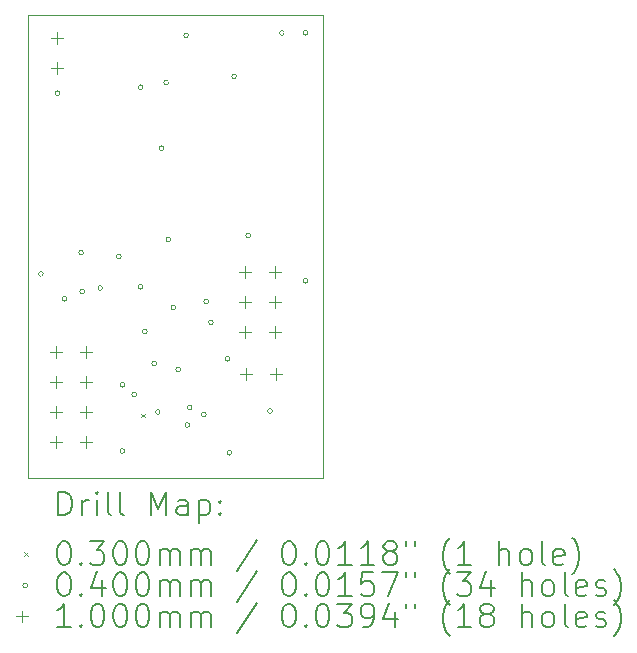
<source format=gbr>
%TF.GenerationSoftware,KiCad,Pcbnew,8.0.9-8.0.9-0~ubuntu24.04.1*%
%TF.CreationDate,2025-04-14T22:12:53+02:00*%
%TF.ProjectId,FastLapLights5V,46617374-4c61-4704-9c69-676874733556,MK6*%
%TF.SameCoordinates,Original*%
%TF.FileFunction,Drillmap*%
%TF.FilePolarity,Positive*%
%FSLAX45Y45*%
G04 Gerber Fmt 4.5, Leading zero omitted, Abs format (unit mm)*
G04 Created by KiCad (PCBNEW 8.0.9-8.0.9-0~ubuntu24.04.1) date 2025-04-14 22:12:53*
%MOMM*%
%LPD*%
G01*
G04 APERTURE LIST*
%ADD10C,0.050000*%
%ADD11C,0.200000*%
%ADD12C,0.100000*%
G04 APERTURE END LIST*
D10*
X4250000Y-8720000D02*
X6750000Y-8720000D01*
X6750000Y-12640000D01*
X4250000Y-12640000D01*
X4250000Y-8720000D01*
D11*
D12*
X5207491Y-12092509D02*
X5237491Y-12122509D01*
X5237491Y-12092509D02*
X5207491Y-12122509D01*
X4380000Y-10910000D02*
G75*
G02*
X4340000Y-10910000I-20000J0D01*
G01*
X4340000Y-10910000D02*
G75*
G02*
X4380000Y-10910000I20000J0D01*
G01*
X4520000Y-9380000D02*
G75*
G02*
X4480000Y-9380000I-20000J0D01*
G01*
X4480000Y-9380000D02*
G75*
G02*
X4520000Y-9380000I20000J0D01*
G01*
X4580000Y-11120000D02*
G75*
G02*
X4540000Y-11120000I-20000J0D01*
G01*
X4540000Y-11120000D02*
G75*
G02*
X4580000Y-11120000I20000J0D01*
G01*
X4720000Y-10730000D02*
G75*
G02*
X4680000Y-10730000I-20000J0D01*
G01*
X4680000Y-10730000D02*
G75*
G02*
X4720000Y-10730000I20000J0D01*
G01*
X4730000Y-11060000D02*
G75*
G02*
X4690000Y-11060000I-20000J0D01*
G01*
X4690000Y-11060000D02*
G75*
G02*
X4730000Y-11060000I20000J0D01*
G01*
X4882500Y-11030000D02*
G75*
G02*
X4842500Y-11030000I-20000J0D01*
G01*
X4842500Y-11030000D02*
G75*
G02*
X4882500Y-11030000I20000J0D01*
G01*
X5040000Y-10762500D02*
G75*
G02*
X5000000Y-10762500I-20000J0D01*
G01*
X5000000Y-10762500D02*
G75*
G02*
X5040000Y-10762500I20000J0D01*
G01*
X5070000Y-11850000D02*
G75*
G02*
X5030000Y-11850000I-20000J0D01*
G01*
X5030000Y-11850000D02*
G75*
G02*
X5070000Y-11850000I20000J0D01*
G01*
X5070000Y-12410000D02*
G75*
G02*
X5030000Y-12410000I-20000J0D01*
G01*
X5030000Y-12410000D02*
G75*
G02*
X5070000Y-12410000I20000J0D01*
G01*
X5170000Y-11930000D02*
G75*
G02*
X5130000Y-11930000I-20000J0D01*
G01*
X5130000Y-11930000D02*
G75*
G02*
X5170000Y-11930000I20000J0D01*
G01*
X5222500Y-11020000D02*
G75*
G02*
X5182500Y-11020000I-20000J0D01*
G01*
X5182500Y-11020000D02*
G75*
G02*
X5222500Y-11020000I20000J0D01*
G01*
X5225000Y-9330000D02*
G75*
G02*
X5185000Y-9330000I-20000J0D01*
G01*
X5185000Y-9330000D02*
G75*
G02*
X5225000Y-9330000I20000J0D01*
G01*
X5260000Y-11400000D02*
G75*
G02*
X5220000Y-11400000I-20000J0D01*
G01*
X5220000Y-11400000D02*
G75*
G02*
X5260000Y-11400000I20000J0D01*
G01*
X5340000Y-11670000D02*
G75*
G02*
X5300000Y-11670000I-20000J0D01*
G01*
X5300000Y-11670000D02*
G75*
G02*
X5340000Y-11670000I20000J0D01*
G01*
X5370000Y-12080000D02*
G75*
G02*
X5330000Y-12080000I-20000J0D01*
G01*
X5330000Y-12080000D02*
G75*
G02*
X5370000Y-12080000I20000J0D01*
G01*
X5400000Y-9845000D02*
G75*
G02*
X5360000Y-9845000I-20000J0D01*
G01*
X5360000Y-9845000D02*
G75*
G02*
X5400000Y-9845000I20000J0D01*
G01*
X5440000Y-9290000D02*
G75*
G02*
X5400000Y-9290000I-20000J0D01*
G01*
X5400000Y-9290000D02*
G75*
G02*
X5440000Y-9290000I20000J0D01*
G01*
X5460000Y-10620000D02*
G75*
G02*
X5420000Y-10620000I-20000J0D01*
G01*
X5420000Y-10620000D02*
G75*
G02*
X5460000Y-10620000I20000J0D01*
G01*
X5502500Y-11195000D02*
G75*
G02*
X5462500Y-11195000I-20000J0D01*
G01*
X5462500Y-11195000D02*
G75*
G02*
X5502500Y-11195000I20000J0D01*
G01*
X5542569Y-11720569D02*
G75*
G02*
X5502569Y-11720569I-20000J0D01*
G01*
X5502569Y-11720569D02*
G75*
G02*
X5542569Y-11720569I20000J0D01*
G01*
X5610000Y-8890000D02*
G75*
G02*
X5570000Y-8890000I-20000J0D01*
G01*
X5570000Y-8890000D02*
G75*
G02*
X5610000Y-8890000I20000J0D01*
G01*
X5620000Y-12190000D02*
G75*
G02*
X5580000Y-12190000I-20000J0D01*
G01*
X5580000Y-12190000D02*
G75*
G02*
X5620000Y-12190000I20000J0D01*
G01*
X5640000Y-12040000D02*
G75*
G02*
X5600000Y-12040000I-20000J0D01*
G01*
X5600000Y-12040000D02*
G75*
G02*
X5640000Y-12040000I20000J0D01*
G01*
X5760000Y-12100000D02*
G75*
G02*
X5720000Y-12100000I-20000J0D01*
G01*
X5720000Y-12100000D02*
G75*
G02*
X5760000Y-12100000I20000J0D01*
G01*
X5780000Y-11145000D02*
G75*
G02*
X5740000Y-11145000I-20000J0D01*
G01*
X5740000Y-11145000D02*
G75*
G02*
X5780000Y-11145000I20000J0D01*
G01*
X5820000Y-11320000D02*
G75*
G02*
X5780000Y-11320000I-20000J0D01*
G01*
X5780000Y-11320000D02*
G75*
G02*
X5820000Y-11320000I20000J0D01*
G01*
X5960000Y-11630000D02*
G75*
G02*
X5920000Y-11630000I-20000J0D01*
G01*
X5920000Y-11630000D02*
G75*
G02*
X5960000Y-11630000I20000J0D01*
G01*
X5975000Y-12425000D02*
G75*
G02*
X5935000Y-12425000I-20000J0D01*
G01*
X5935000Y-12425000D02*
G75*
G02*
X5975000Y-12425000I20000J0D01*
G01*
X6016250Y-9237500D02*
G75*
G02*
X5976250Y-9237500I-20000J0D01*
G01*
X5976250Y-9237500D02*
G75*
G02*
X6016250Y-9237500I20000J0D01*
G01*
X6135000Y-10585000D02*
G75*
G02*
X6095000Y-10585000I-20000J0D01*
G01*
X6095000Y-10585000D02*
G75*
G02*
X6135000Y-10585000I20000J0D01*
G01*
X6320000Y-12070000D02*
G75*
G02*
X6280000Y-12070000I-20000J0D01*
G01*
X6280000Y-12070000D02*
G75*
G02*
X6320000Y-12070000I20000J0D01*
G01*
X6420000Y-8870000D02*
G75*
G02*
X6380000Y-8870000I-20000J0D01*
G01*
X6380000Y-8870000D02*
G75*
G02*
X6420000Y-8870000I20000J0D01*
G01*
X6620000Y-8870000D02*
G75*
G02*
X6580000Y-8870000I-20000J0D01*
G01*
X6580000Y-8870000D02*
G75*
G02*
X6620000Y-8870000I20000J0D01*
G01*
X6620000Y-10970000D02*
G75*
G02*
X6580000Y-10970000I-20000J0D01*
G01*
X6580000Y-10970000D02*
G75*
G02*
X6620000Y-10970000I20000J0D01*
G01*
X4486000Y-11520000D02*
X4486000Y-11620000D01*
X4436000Y-11570000D02*
X4536000Y-11570000D01*
X4486000Y-11774000D02*
X4486000Y-11874000D01*
X4436000Y-11824000D02*
X4536000Y-11824000D01*
X4486000Y-12028000D02*
X4486000Y-12128000D01*
X4436000Y-12078000D02*
X4536000Y-12078000D01*
X4486000Y-12282000D02*
X4486000Y-12382000D01*
X4436000Y-12332000D02*
X4536000Y-12332000D01*
X4500000Y-8862500D02*
X4500000Y-8962500D01*
X4450000Y-8912500D02*
X4550000Y-8912500D01*
X4500000Y-9116500D02*
X4500000Y-9216500D01*
X4450000Y-9166500D02*
X4550000Y-9166500D01*
X4740000Y-11520000D02*
X4740000Y-11620000D01*
X4690000Y-11570000D02*
X4790000Y-11570000D01*
X4740000Y-11774000D02*
X4740000Y-11874000D01*
X4690000Y-11824000D02*
X4790000Y-11824000D01*
X4740000Y-12028000D02*
X4740000Y-12128000D01*
X4690000Y-12078000D02*
X4790000Y-12078000D01*
X4740000Y-12282000D02*
X4740000Y-12382000D01*
X4690000Y-12332000D02*
X4790000Y-12332000D01*
X6091000Y-10841000D02*
X6091000Y-10941000D01*
X6041000Y-10891000D02*
X6141000Y-10891000D01*
X6091000Y-11095000D02*
X6091000Y-11195000D01*
X6041000Y-11145000D02*
X6141000Y-11145000D01*
X6091000Y-11349000D02*
X6091000Y-11449000D01*
X6041000Y-11399000D02*
X6141000Y-11399000D01*
X6096000Y-11710000D02*
X6096000Y-11810000D01*
X6046000Y-11760000D02*
X6146000Y-11760000D01*
X6345000Y-10841000D02*
X6345000Y-10941000D01*
X6295000Y-10891000D02*
X6395000Y-10891000D01*
X6345000Y-11095000D02*
X6345000Y-11195000D01*
X6295000Y-11145000D02*
X6395000Y-11145000D01*
X6345000Y-11349000D02*
X6345000Y-11449000D01*
X6295000Y-11399000D02*
X6395000Y-11399000D01*
X6350000Y-11710000D02*
X6350000Y-11810000D01*
X6300000Y-11760000D02*
X6400000Y-11760000D01*
D11*
X4508277Y-12953984D02*
X4508277Y-12753984D01*
X4508277Y-12753984D02*
X4555896Y-12753984D01*
X4555896Y-12753984D02*
X4584467Y-12763508D01*
X4584467Y-12763508D02*
X4603515Y-12782555D01*
X4603515Y-12782555D02*
X4613039Y-12801603D01*
X4613039Y-12801603D02*
X4622563Y-12839698D01*
X4622563Y-12839698D02*
X4622563Y-12868269D01*
X4622563Y-12868269D02*
X4613039Y-12906365D01*
X4613039Y-12906365D02*
X4603515Y-12925412D01*
X4603515Y-12925412D02*
X4584467Y-12944460D01*
X4584467Y-12944460D02*
X4555896Y-12953984D01*
X4555896Y-12953984D02*
X4508277Y-12953984D01*
X4708277Y-12953984D02*
X4708277Y-12820650D01*
X4708277Y-12858746D02*
X4717801Y-12839698D01*
X4717801Y-12839698D02*
X4727324Y-12830174D01*
X4727324Y-12830174D02*
X4746372Y-12820650D01*
X4746372Y-12820650D02*
X4765420Y-12820650D01*
X4832086Y-12953984D02*
X4832086Y-12820650D01*
X4832086Y-12753984D02*
X4822563Y-12763508D01*
X4822563Y-12763508D02*
X4832086Y-12773031D01*
X4832086Y-12773031D02*
X4841610Y-12763508D01*
X4841610Y-12763508D02*
X4832086Y-12753984D01*
X4832086Y-12753984D02*
X4832086Y-12773031D01*
X4955896Y-12953984D02*
X4936848Y-12944460D01*
X4936848Y-12944460D02*
X4927324Y-12925412D01*
X4927324Y-12925412D02*
X4927324Y-12753984D01*
X5060658Y-12953984D02*
X5041610Y-12944460D01*
X5041610Y-12944460D02*
X5032086Y-12925412D01*
X5032086Y-12925412D02*
X5032086Y-12753984D01*
X5289229Y-12953984D02*
X5289229Y-12753984D01*
X5289229Y-12753984D02*
X5355896Y-12896841D01*
X5355896Y-12896841D02*
X5422563Y-12753984D01*
X5422563Y-12753984D02*
X5422563Y-12953984D01*
X5603515Y-12953984D02*
X5603515Y-12849222D01*
X5603515Y-12849222D02*
X5593991Y-12830174D01*
X5593991Y-12830174D02*
X5574944Y-12820650D01*
X5574944Y-12820650D02*
X5536848Y-12820650D01*
X5536848Y-12820650D02*
X5517801Y-12830174D01*
X5603515Y-12944460D02*
X5584467Y-12953984D01*
X5584467Y-12953984D02*
X5536848Y-12953984D01*
X5536848Y-12953984D02*
X5517801Y-12944460D01*
X5517801Y-12944460D02*
X5508277Y-12925412D01*
X5508277Y-12925412D02*
X5508277Y-12906365D01*
X5508277Y-12906365D02*
X5517801Y-12887317D01*
X5517801Y-12887317D02*
X5536848Y-12877793D01*
X5536848Y-12877793D02*
X5584467Y-12877793D01*
X5584467Y-12877793D02*
X5603515Y-12868269D01*
X5698753Y-12820650D02*
X5698753Y-13020650D01*
X5698753Y-12830174D02*
X5717801Y-12820650D01*
X5717801Y-12820650D02*
X5755896Y-12820650D01*
X5755896Y-12820650D02*
X5774943Y-12830174D01*
X5774943Y-12830174D02*
X5784467Y-12839698D01*
X5784467Y-12839698D02*
X5793991Y-12858746D01*
X5793991Y-12858746D02*
X5793991Y-12915888D01*
X5793991Y-12915888D02*
X5784467Y-12934936D01*
X5784467Y-12934936D02*
X5774943Y-12944460D01*
X5774943Y-12944460D02*
X5755896Y-12953984D01*
X5755896Y-12953984D02*
X5717801Y-12953984D01*
X5717801Y-12953984D02*
X5698753Y-12944460D01*
X5879705Y-12934936D02*
X5889229Y-12944460D01*
X5889229Y-12944460D02*
X5879705Y-12953984D01*
X5879705Y-12953984D02*
X5870182Y-12944460D01*
X5870182Y-12944460D02*
X5879705Y-12934936D01*
X5879705Y-12934936D02*
X5879705Y-12953984D01*
X5879705Y-12830174D02*
X5889229Y-12839698D01*
X5889229Y-12839698D02*
X5879705Y-12849222D01*
X5879705Y-12849222D02*
X5870182Y-12839698D01*
X5870182Y-12839698D02*
X5879705Y-12830174D01*
X5879705Y-12830174D02*
X5879705Y-12849222D01*
D12*
X4217500Y-13267500D02*
X4247500Y-13297500D01*
X4247500Y-13267500D02*
X4217500Y-13297500D01*
D11*
X4546372Y-13173984D02*
X4565420Y-13173984D01*
X4565420Y-13173984D02*
X4584467Y-13183508D01*
X4584467Y-13183508D02*
X4593991Y-13193031D01*
X4593991Y-13193031D02*
X4603515Y-13212079D01*
X4603515Y-13212079D02*
X4613039Y-13250174D01*
X4613039Y-13250174D02*
X4613039Y-13297793D01*
X4613039Y-13297793D02*
X4603515Y-13335888D01*
X4603515Y-13335888D02*
X4593991Y-13354936D01*
X4593991Y-13354936D02*
X4584467Y-13364460D01*
X4584467Y-13364460D02*
X4565420Y-13373984D01*
X4565420Y-13373984D02*
X4546372Y-13373984D01*
X4546372Y-13373984D02*
X4527324Y-13364460D01*
X4527324Y-13364460D02*
X4517801Y-13354936D01*
X4517801Y-13354936D02*
X4508277Y-13335888D01*
X4508277Y-13335888D02*
X4498753Y-13297793D01*
X4498753Y-13297793D02*
X4498753Y-13250174D01*
X4498753Y-13250174D02*
X4508277Y-13212079D01*
X4508277Y-13212079D02*
X4517801Y-13193031D01*
X4517801Y-13193031D02*
X4527324Y-13183508D01*
X4527324Y-13183508D02*
X4546372Y-13173984D01*
X4698753Y-13354936D02*
X4708277Y-13364460D01*
X4708277Y-13364460D02*
X4698753Y-13373984D01*
X4698753Y-13373984D02*
X4689229Y-13364460D01*
X4689229Y-13364460D02*
X4698753Y-13354936D01*
X4698753Y-13354936D02*
X4698753Y-13373984D01*
X4774944Y-13173984D02*
X4898753Y-13173984D01*
X4898753Y-13173984D02*
X4832086Y-13250174D01*
X4832086Y-13250174D02*
X4860658Y-13250174D01*
X4860658Y-13250174D02*
X4879705Y-13259698D01*
X4879705Y-13259698D02*
X4889229Y-13269222D01*
X4889229Y-13269222D02*
X4898753Y-13288269D01*
X4898753Y-13288269D02*
X4898753Y-13335888D01*
X4898753Y-13335888D02*
X4889229Y-13354936D01*
X4889229Y-13354936D02*
X4879705Y-13364460D01*
X4879705Y-13364460D02*
X4860658Y-13373984D01*
X4860658Y-13373984D02*
X4803515Y-13373984D01*
X4803515Y-13373984D02*
X4784467Y-13364460D01*
X4784467Y-13364460D02*
X4774944Y-13354936D01*
X5022563Y-13173984D02*
X5041610Y-13173984D01*
X5041610Y-13173984D02*
X5060658Y-13183508D01*
X5060658Y-13183508D02*
X5070182Y-13193031D01*
X5070182Y-13193031D02*
X5079705Y-13212079D01*
X5079705Y-13212079D02*
X5089229Y-13250174D01*
X5089229Y-13250174D02*
X5089229Y-13297793D01*
X5089229Y-13297793D02*
X5079705Y-13335888D01*
X5079705Y-13335888D02*
X5070182Y-13354936D01*
X5070182Y-13354936D02*
X5060658Y-13364460D01*
X5060658Y-13364460D02*
X5041610Y-13373984D01*
X5041610Y-13373984D02*
X5022563Y-13373984D01*
X5022563Y-13373984D02*
X5003515Y-13364460D01*
X5003515Y-13364460D02*
X4993991Y-13354936D01*
X4993991Y-13354936D02*
X4984467Y-13335888D01*
X4984467Y-13335888D02*
X4974944Y-13297793D01*
X4974944Y-13297793D02*
X4974944Y-13250174D01*
X4974944Y-13250174D02*
X4984467Y-13212079D01*
X4984467Y-13212079D02*
X4993991Y-13193031D01*
X4993991Y-13193031D02*
X5003515Y-13183508D01*
X5003515Y-13183508D02*
X5022563Y-13173984D01*
X5213039Y-13173984D02*
X5232086Y-13173984D01*
X5232086Y-13173984D02*
X5251134Y-13183508D01*
X5251134Y-13183508D02*
X5260658Y-13193031D01*
X5260658Y-13193031D02*
X5270182Y-13212079D01*
X5270182Y-13212079D02*
X5279705Y-13250174D01*
X5279705Y-13250174D02*
X5279705Y-13297793D01*
X5279705Y-13297793D02*
X5270182Y-13335888D01*
X5270182Y-13335888D02*
X5260658Y-13354936D01*
X5260658Y-13354936D02*
X5251134Y-13364460D01*
X5251134Y-13364460D02*
X5232086Y-13373984D01*
X5232086Y-13373984D02*
X5213039Y-13373984D01*
X5213039Y-13373984D02*
X5193991Y-13364460D01*
X5193991Y-13364460D02*
X5184467Y-13354936D01*
X5184467Y-13354936D02*
X5174944Y-13335888D01*
X5174944Y-13335888D02*
X5165420Y-13297793D01*
X5165420Y-13297793D02*
X5165420Y-13250174D01*
X5165420Y-13250174D02*
X5174944Y-13212079D01*
X5174944Y-13212079D02*
X5184467Y-13193031D01*
X5184467Y-13193031D02*
X5193991Y-13183508D01*
X5193991Y-13183508D02*
X5213039Y-13173984D01*
X5365420Y-13373984D02*
X5365420Y-13240650D01*
X5365420Y-13259698D02*
X5374944Y-13250174D01*
X5374944Y-13250174D02*
X5393991Y-13240650D01*
X5393991Y-13240650D02*
X5422563Y-13240650D01*
X5422563Y-13240650D02*
X5441610Y-13250174D01*
X5441610Y-13250174D02*
X5451134Y-13269222D01*
X5451134Y-13269222D02*
X5451134Y-13373984D01*
X5451134Y-13269222D02*
X5460658Y-13250174D01*
X5460658Y-13250174D02*
X5479705Y-13240650D01*
X5479705Y-13240650D02*
X5508277Y-13240650D01*
X5508277Y-13240650D02*
X5527325Y-13250174D01*
X5527325Y-13250174D02*
X5536848Y-13269222D01*
X5536848Y-13269222D02*
X5536848Y-13373984D01*
X5632086Y-13373984D02*
X5632086Y-13240650D01*
X5632086Y-13259698D02*
X5641610Y-13250174D01*
X5641610Y-13250174D02*
X5660658Y-13240650D01*
X5660658Y-13240650D02*
X5689229Y-13240650D01*
X5689229Y-13240650D02*
X5708277Y-13250174D01*
X5708277Y-13250174D02*
X5717801Y-13269222D01*
X5717801Y-13269222D02*
X5717801Y-13373984D01*
X5717801Y-13269222D02*
X5727324Y-13250174D01*
X5727324Y-13250174D02*
X5746372Y-13240650D01*
X5746372Y-13240650D02*
X5774943Y-13240650D01*
X5774943Y-13240650D02*
X5793991Y-13250174D01*
X5793991Y-13250174D02*
X5803515Y-13269222D01*
X5803515Y-13269222D02*
X5803515Y-13373984D01*
X6193991Y-13164460D02*
X6022563Y-13421603D01*
X6451134Y-13173984D02*
X6470182Y-13173984D01*
X6470182Y-13173984D02*
X6489229Y-13183508D01*
X6489229Y-13183508D02*
X6498753Y-13193031D01*
X6498753Y-13193031D02*
X6508277Y-13212079D01*
X6508277Y-13212079D02*
X6517801Y-13250174D01*
X6517801Y-13250174D02*
X6517801Y-13297793D01*
X6517801Y-13297793D02*
X6508277Y-13335888D01*
X6508277Y-13335888D02*
X6498753Y-13354936D01*
X6498753Y-13354936D02*
X6489229Y-13364460D01*
X6489229Y-13364460D02*
X6470182Y-13373984D01*
X6470182Y-13373984D02*
X6451134Y-13373984D01*
X6451134Y-13373984D02*
X6432086Y-13364460D01*
X6432086Y-13364460D02*
X6422563Y-13354936D01*
X6422563Y-13354936D02*
X6413039Y-13335888D01*
X6413039Y-13335888D02*
X6403515Y-13297793D01*
X6403515Y-13297793D02*
X6403515Y-13250174D01*
X6403515Y-13250174D02*
X6413039Y-13212079D01*
X6413039Y-13212079D02*
X6422563Y-13193031D01*
X6422563Y-13193031D02*
X6432086Y-13183508D01*
X6432086Y-13183508D02*
X6451134Y-13173984D01*
X6603515Y-13354936D02*
X6613039Y-13364460D01*
X6613039Y-13364460D02*
X6603515Y-13373984D01*
X6603515Y-13373984D02*
X6593991Y-13364460D01*
X6593991Y-13364460D02*
X6603515Y-13354936D01*
X6603515Y-13354936D02*
X6603515Y-13373984D01*
X6736848Y-13173984D02*
X6755896Y-13173984D01*
X6755896Y-13173984D02*
X6774944Y-13183508D01*
X6774944Y-13183508D02*
X6784467Y-13193031D01*
X6784467Y-13193031D02*
X6793991Y-13212079D01*
X6793991Y-13212079D02*
X6803515Y-13250174D01*
X6803515Y-13250174D02*
X6803515Y-13297793D01*
X6803515Y-13297793D02*
X6793991Y-13335888D01*
X6793991Y-13335888D02*
X6784467Y-13354936D01*
X6784467Y-13354936D02*
X6774944Y-13364460D01*
X6774944Y-13364460D02*
X6755896Y-13373984D01*
X6755896Y-13373984D02*
X6736848Y-13373984D01*
X6736848Y-13373984D02*
X6717801Y-13364460D01*
X6717801Y-13364460D02*
X6708277Y-13354936D01*
X6708277Y-13354936D02*
X6698753Y-13335888D01*
X6698753Y-13335888D02*
X6689229Y-13297793D01*
X6689229Y-13297793D02*
X6689229Y-13250174D01*
X6689229Y-13250174D02*
X6698753Y-13212079D01*
X6698753Y-13212079D02*
X6708277Y-13193031D01*
X6708277Y-13193031D02*
X6717801Y-13183508D01*
X6717801Y-13183508D02*
X6736848Y-13173984D01*
X6993991Y-13373984D02*
X6879706Y-13373984D01*
X6936848Y-13373984D02*
X6936848Y-13173984D01*
X6936848Y-13173984D02*
X6917801Y-13202555D01*
X6917801Y-13202555D02*
X6898753Y-13221603D01*
X6898753Y-13221603D02*
X6879706Y-13231127D01*
X7184467Y-13373984D02*
X7070182Y-13373984D01*
X7127325Y-13373984D02*
X7127325Y-13173984D01*
X7127325Y-13173984D02*
X7108277Y-13202555D01*
X7108277Y-13202555D02*
X7089229Y-13221603D01*
X7089229Y-13221603D02*
X7070182Y-13231127D01*
X7298753Y-13259698D02*
X7279706Y-13250174D01*
X7279706Y-13250174D02*
X7270182Y-13240650D01*
X7270182Y-13240650D02*
X7260658Y-13221603D01*
X7260658Y-13221603D02*
X7260658Y-13212079D01*
X7260658Y-13212079D02*
X7270182Y-13193031D01*
X7270182Y-13193031D02*
X7279706Y-13183508D01*
X7279706Y-13183508D02*
X7298753Y-13173984D01*
X7298753Y-13173984D02*
X7336848Y-13173984D01*
X7336848Y-13173984D02*
X7355896Y-13183508D01*
X7355896Y-13183508D02*
X7365420Y-13193031D01*
X7365420Y-13193031D02*
X7374944Y-13212079D01*
X7374944Y-13212079D02*
X7374944Y-13221603D01*
X7374944Y-13221603D02*
X7365420Y-13240650D01*
X7365420Y-13240650D02*
X7355896Y-13250174D01*
X7355896Y-13250174D02*
X7336848Y-13259698D01*
X7336848Y-13259698D02*
X7298753Y-13259698D01*
X7298753Y-13259698D02*
X7279706Y-13269222D01*
X7279706Y-13269222D02*
X7270182Y-13278746D01*
X7270182Y-13278746D02*
X7260658Y-13297793D01*
X7260658Y-13297793D02*
X7260658Y-13335888D01*
X7260658Y-13335888D02*
X7270182Y-13354936D01*
X7270182Y-13354936D02*
X7279706Y-13364460D01*
X7279706Y-13364460D02*
X7298753Y-13373984D01*
X7298753Y-13373984D02*
X7336848Y-13373984D01*
X7336848Y-13373984D02*
X7355896Y-13364460D01*
X7355896Y-13364460D02*
X7365420Y-13354936D01*
X7365420Y-13354936D02*
X7374944Y-13335888D01*
X7374944Y-13335888D02*
X7374944Y-13297793D01*
X7374944Y-13297793D02*
X7365420Y-13278746D01*
X7365420Y-13278746D02*
X7355896Y-13269222D01*
X7355896Y-13269222D02*
X7336848Y-13259698D01*
X7451134Y-13173984D02*
X7451134Y-13212079D01*
X7527325Y-13173984D02*
X7527325Y-13212079D01*
X7822563Y-13450174D02*
X7813039Y-13440650D01*
X7813039Y-13440650D02*
X7793991Y-13412079D01*
X7793991Y-13412079D02*
X7784468Y-13393031D01*
X7784468Y-13393031D02*
X7774944Y-13364460D01*
X7774944Y-13364460D02*
X7765420Y-13316841D01*
X7765420Y-13316841D02*
X7765420Y-13278746D01*
X7765420Y-13278746D02*
X7774944Y-13231127D01*
X7774944Y-13231127D02*
X7784468Y-13202555D01*
X7784468Y-13202555D02*
X7793991Y-13183508D01*
X7793991Y-13183508D02*
X7813039Y-13154936D01*
X7813039Y-13154936D02*
X7822563Y-13145412D01*
X8003515Y-13373984D02*
X7889229Y-13373984D01*
X7946372Y-13373984D02*
X7946372Y-13173984D01*
X7946372Y-13173984D02*
X7927325Y-13202555D01*
X7927325Y-13202555D02*
X7908277Y-13221603D01*
X7908277Y-13221603D02*
X7889229Y-13231127D01*
X8241610Y-13373984D02*
X8241610Y-13173984D01*
X8327325Y-13373984D02*
X8327325Y-13269222D01*
X8327325Y-13269222D02*
X8317801Y-13250174D01*
X8317801Y-13250174D02*
X8298753Y-13240650D01*
X8298753Y-13240650D02*
X8270182Y-13240650D01*
X8270182Y-13240650D02*
X8251134Y-13250174D01*
X8251134Y-13250174D02*
X8241610Y-13259698D01*
X8451134Y-13373984D02*
X8432087Y-13364460D01*
X8432087Y-13364460D02*
X8422563Y-13354936D01*
X8422563Y-13354936D02*
X8413039Y-13335888D01*
X8413039Y-13335888D02*
X8413039Y-13278746D01*
X8413039Y-13278746D02*
X8422563Y-13259698D01*
X8422563Y-13259698D02*
X8432087Y-13250174D01*
X8432087Y-13250174D02*
X8451134Y-13240650D01*
X8451134Y-13240650D02*
X8479706Y-13240650D01*
X8479706Y-13240650D02*
X8498753Y-13250174D01*
X8498753Y-13250174D02*
X8508277Y-13259698D01*
X8508277Y-13259698D02*
X8517801Y-13278746D01*
X8517801Y-13278746D02*
X8517801Y-13335888D01*
X8517801Y-13335888D02*
X8508277Y-13354936D01*
X8508277Y-13354936D02*
X8498753Y-13364460D01*
X8498753Y-13364460D02*
X8479706Y-13373984D01*
X8479706Y-13373984D02*
X8451134Y-13373984D01*
X8632087Y-13373984D02*
X8613039Y-13364460D01*
X8613039Y-13364460D02*
X8603515Y-13345412D01*
X8603515Y-13345412D02*
X8603515Y-13173984D01*
X8784468Y-13364460D02*
X8765420Y-13373984D01*
X8765420Y-13373984D02*
X8727325Y-13373984D01*
X8727325Y-13373984D02*
X8708277Y-13364460D01*
X8708277Y-13364460D02*
X8698753Y-13345412D01*
X8698753Y-13345412D02*
X8698753Y-13269222D01*
X8698753Y-13269222D02*
X8708277Y-13250174D01*
X8708277Y-13250174D02*
X8727325Y-13240650D01*
X8727325Y-13240650D02*
X8765420Y-13240650D01*
X8765420Y-13240650D02*
X8784468Y-13250174D01*
X8784468Y-13250174D02*
X8793992Y-13269222D01*
X8793992Y-13269222D02*
X8793992Y-13288269D01*
X8793992Y-13288269D02*
X8698753Y-13307317D01*
X8860658Y-13450174D02*
X8870182Y-13440650D01*
X8870182Y-13440650D02*
X8889230Y-13412079D01*
X8889230Y-13412079D02*
X8898753Y-13393031D01*
X8898753Y-13393031D02*
X8908277Y-13364460D01*
X8908277Y-13364460D02*
X8917801Y-13316841D01*
X8917801Y-13316841D02*
X8917801Y-13278746D01*
X8917801Y-13278746D02*
X8908277Y-13231127D01*
X8908277Y-13231127D02*
X8898753Y-13202555D01*
X8898753Y-13202555D02*
X8889230Y-13183508D01*
X8889230Y-13183508D02*
X8870182Y-13154936D01*
X8870182Y-13154936D02*
X8860658Y-13145412D01*
D12*
X4247500Y-13546500D02*
G75*
G02*
X4207500Y-13546500I-20000J0D01*
G01*
X4207500Y-13546500D02*
G75*
G02*
X4247500Y-13546500I20000J0D01*
G01*
D11*
X4546372Y-13437984D02*
X4565420Y-13437984D01*
X4565420Y-13437984D02*
X4584467Y-13447508D01*
X4584467Y-13447508D02*
X4593991Y-13457031D01*
X4593991Y-13457031D02*
X4603515Y-13476079D01*
X4603515Y-13476079D02*
X4613039Y-13514174D01*
X4613039Y-13514174D02*
X4613039Y-13561793D01*
X4613039Y-13561793D02*
X4603515Y-13599888D01*
X4603515Y-13599888D02*
X4593991Y-13618936D01*
X4593991Y-13618936D02*
X4584467Y-13628460D01*
X4584467Y-13628460D02*
X4565420Y-13637984D01*
X4565420Y-13637984D02*
X4546372Y-13637984D01*
X4546372Y-13637984D02*
X4527324Y-13628460D01*
X4527324Y-13628460D02*
X4517801Y-13618936D01*
X4517801Y-13618936D02*
X4508277Y-13599888D01*
X4508277Y-13599888D02*
X4498753Y-13561793D01*
X4498753Y-13561793D02*
X4498753Y-13514174D01*
X4498753Y-13514174D02*
X4508277Y-13476079D01*
X4508277Y-13476079D02*
X4517801Y-13457031D01*
X4517801Y-13457031D02*
X4527324Y-13447508D01*
X4527324Y-13447508D02*
X4546372Y-13437984D01*
X4698753Y-13618936D02*
X4708277Y-13628460D01*
X4708277Y-13628460D02*
X4698753Y-13637984D01*
X4698753Y-13637984D02*
X4689229Y-13628460D01*
X4689229Y-13628460D02*
X4698753Y-13618936D01*
X4698753Y-13618936D02*
X4698753Y-13637984D01*
X4879705Y-13504650D02*
X4879705Y-13637984D01*
X4832086Y-13428460D02*
X4784467Y-13571317D01*
X4784467Y-13571317D02*
X4908277Y-13571317D01*
X5022563Y-13437984D02*
X5041610Y-13437984D01*
X5041610Y-13437984D02*
X5060658Y-13447508D01*
X5060658Y-13447508D02*
X5070182Y-13457031D01*
X5070182Y-13457031D02*
X5079705Y-13476079D01*
X5079705Y-13476079D02*
X5089229Y-13514174D01*
X5089229Y-13514174D02*
X5089229Y-13561793D01*
X5089229Y-13561793D02*
X5079705Y-13599888D01*
X5079705Y-13599888D02*
X5070182Y-13618936D01*
X5070182Y-13618936D02*
X5060658Y-13628460D01*
X5060658Y-13628460D02*
X5041610Y-13637984D01*
X5041610Y-13637984D02*
X5022563Y-13637984D01*
X5022563Y-13637984D02*
X5003515Y-13628460D01*
X5003515Y-13628460D02*
X4993991Y-13618936D01*
X4993991Y-13618936D02*
X4984467Y-13599888D01*
X4984467Y-13599888D02*
X4974944Y-13561793D01*
X4974944Y-13561793D02*
X4974944Y-13514174D01*
X4974944Y-13514174D02*
X4984467Y-13476079D01*
X4984467Y-13476079D02*
X4993991Y-13457031D01*
X4993991Y-13457031D02*
X5003515Y-13447508D01*
X5003515Y-13447508D02*
X5022563Y-13437984D01*
X5213039Y-13437984D02*
X5232086Y-13437984D01*
X5232086Y-13437984D02*
X5251134Y-13447508D01*
X5251134Y-13447508D02*
X5260658Y-13457031D01*
X5260658Y-13457031D02*
X5270182Y-13476079D01*
X5270182Y-13476079D02*
X5279705Y-13514174D01*
X5279705Y-13514174D02*
X5279705Y-13561793D01*
X5279705Y-13561793D02*
X5270182Y-13599888D01*
X5270182Y-13599888D02*
X5260658Y-13618936D01*
X5260658Y-13618936D02*
X5251134Y-13628460D01*
X5251134Y-13628460D02*
X5232086Y-13637984D01*
X5232086Y-13637984D02*
X5213039Y-13637984D01*
X5213039Y-13637984D02*
X5193991Y-13628460D01*
X5193991Y-13628460D02*
X5184467Y-13618936D01*
X5184467Y-13618936D02*
X5174944Y-13599888D01*
X5174944Y-13599888D02*
X5165420Y-13561793D01*
X5165420Y-13561793D02*
X5165420Y-13514174D01*
X5165420Y-13514174D02*
X5174944Y-13476079D01*
X5174944Y-13476079D02*
X5184467Y-13457031D01*
X5184467Y-13457031D02*
X5193991Y-13447508D01*
X5193991Y-13447508D02*
X5213039Y-13437984D01*
X5365420Y-13637984D02*
X5365420Y-13504650D01*
X5365420Y-13523698D02*
X5374944Y-13514174D01*
X5374944Y-13514174D02*
X5393991Y-13504650D01*
X5393991Y-13504650D02*
X5422563Y-13504650D01*
X5422563Y-13504650D02*
X5441610Y-13514174D01*
X5441610Y-13514174D02*
X5451134Y-13533222D01*
X5451134Y-13533222D02*
X5451134Y-13637984D01*
X5451134Y-13533222D02*
X5460658Y-13514174D01*
X5460658Y-13514174D02*
X5479705Y-13504650D01*
X5479705Y-13504650D02*
X5508277Y-13504650D01*
X5508277Y-13504650D02*
X5527325Y-13514174D01*
X5527325Y-13514174D02*
X5536848Y-13533222D01*
X5536848Y-13533222D02*
X5536848Y-13637984D01*
X5632086Y-13637984D02*
X5632086Y-13504650D01*
X5632086Y-13523698D02*
X5641610Y-13514174D01*
X5641610Y-13514174D02*
X5660658Y-13504650D01*
X5660658Y-13504650D02*
X5689229Y-13504650D01*
X5689229Y-13504650D02*
X5708277Y-13514174D01*
X5708277Y-13514174D02*
X5717801Y-13533222D01*
X5717801Y-13533222D02*
X5717801Y-13637984D01*
X5717801Y-13533222D02*
X5727324Y-13514174D01*
X5727324Y-13514174D02*
X5746372Y-13504650D01*
X5746372Y-13504650D02*
X5774943Y-13504650D01*
X5774943Y-13504650D02*
X5793991Y-13514174D01*
X5793991Y-13514174D02*
X5803515Y-13533222D01*
X5803515Y-13533222D02*
X5803515Y-13637984D01*
X6193991Y-13428460D02*
X6022563Y-13685603D01*
X6451134Y-13437984D02*
X6470182Y-13437984D01*
X6470182Y-13437984D02*
X6489229Y-13447508D01*
X6489229Y-13447508D02*
X6498753Y-13457031D01*
X6498753Y-13457031D02*
X6508277Y-13476079D01*
X6508277Y-13476079D02*
X6517801Y-13514174D01*
X6517801Y-13514174D02*
X6517801Y-13561793D01*
X6517801Y-13561793D02*
X6508277Y-13599888D01*
X6508277Y-13599888D02*
X6498753Y-13618936D01*
X6498753Y-13618936D02*
X6489229Y-13628460D01*
X6489229Y-13628460D02*
X6470182Y-13637984D01*
X6470182Y-13637984D02*
X6451134Y-13637984D01*
X6451134Y-13637984D02*
X6432086Y-13628460D01*
X6432086Y-13628460D02*
X6422563Y-13618936D01*
X6422563Y-13618936D02*
X6413039Y-13599888D01*
X6413039Y-13599888D02*
X6403515Y-13561793D01*
X6403515Y-13561793D02*
X6403515Y-13514174D01*
X6403515Y-13514174D02*
X6413039Y-13476079D01*
X6413039Y-13476079D02*
X6422563Y-13457031D01*
X6422563Y-13457031D02*
X6432086Y-13447508D01*
X6432086Y-13447508D02*
X6451134Y-13437984D01*
X6603515Y-13618936D02*
X6613039Y-13628460D01*
X6613039Y-13628460D02*
X6603515Y-13637984D01*
X6603515Y-13637984D02*
X6593991Y-13628460D01*
X6593991Y-13628460D02*
X6603515Y-13618936D01*
X6603515Y-13618936D02*
X6603515Y-13637984D01*
X6736848Y-13437984D02*
X6755896Y-13437984D01*
X6755896Y-13437984D02*
X6774944Y-13447508D01*
X6774944Y-13447508D02*
X6784467Y-13457031D01*
X6784467Y-13457031D02*
X6793991Y-13476079D01*
X6793991Y-13476079D02*
X6803515Y-13514174D01*
X6803515Y-13514174D02*
X6803515Y-13561793D01*
X6803515Y-13561793D02*
X6793991Y-13599888D01*
X6793991Y-13599888D02*
X6784467Y-13618936D01*
X6784467Y-13618936D02*
X6774944Y-13628460D01*
X6774944Y-13628460D02*
X6755896Y-13637984D01*
X6755896Y-13637984D02*
X6736848Y-13637984D01*
X6736848Y-13637984D02*
X6717801Y-13628460D01*
X6717801Y-13628460D02*
X6708277Y-13618936D01*
X6708277Y-13618936D02*
X6698753Y-13599888D01*
X6698753Y-13599888D02*
X6689229Y-13561793D01*
X6689229Y-13561793D02*
X6689229Y-13514174D01*
X6689229Y-13514174D02*
X6698753Y-13476079D01*
X6698753Y-13476079D02*
X6708277Y-13457031D01*
X6708277Y-13457031D02*
X6717801Y-13447508D01*
X6717801Y-13447508D02*
X6736848Y-13437984D01*
X6993991Y-13637984D02*
X6879706Y-13637984D01*
X6936848Y-13637984D02*
X6936848Y-13437984D01*
X6936848Y-13437984D02*
X6917801Y-13466555D01*
X6917801Y-13466555D02*
X6898753Y-13485603D01*
X6898753Y-13485603D02*
X6879706Y-13495127D01*
X7174944Y-13437984D02*
X7079706Y-13437984D01*
X7079706Y-13437984D02*
X7070182Y-13533222D01*
X7070182Y-13533222D02*
X7079706Y-13523698D01*
X7079706Y-13523698D02*
X7098753Y-13514174D01*
X7098753Y-13514174D02*
X7146372Y-13514174D01*
X7146372Y-13514174D02*
X7165420Y-13523698D01*
X7165420Y-13523698D02*
X7174944Y-13533222D01*
X7174944Y-13533222D02*
X7184467Y-13552269D01*
X7184467Y-13552269D02*
X7184467Y-13599888D01*
X7184467Y-13599888D02*
X7174944Y-13618936D01*
X7174944Y-13618936D02*
X7165420Y-13628460D01*
X7165420Y-13628460D02*
X7146372Y-13637984D01*
X7146372Y-13637984D02*
X7098753Y-13637984D01*
X7098753Y-13637984D02*
X7079706Y-13628460D01*
X7079706Y-13628460D02*
X7070182Y-13618936D01*
X7251134Y-13437984D02*
X7384467Y-13437984D01*
X7384467Y-13437984D02*
X7298753Y-13637984D01*
X7451134Y-13437984D02*
X7451134Y-13476079D01*
X7527325Y-13437984D02*
X7527325Y-13476079D01*
X7822563Y-13714174D02*
X7813039Y-13704650D01*
X7813039Y-13704650D02*
X7793991Y-13676079D01*
X7793991Y-13676079D02*
X7784468Y-13657031D01*
X7784468Y-13657031D02*
X7774944Y-13628460D01*
X7774944Y-13628460D02*
X7765420Y-13580841D01*
X7765420Y-13580841D02*
X7765420Y-13542746D01*
X7765420Y-13542746D02*
X7774944Y-13495127D01*
X7774944Y-13495127D02*
X7784468Y-13466555D01*
X7784468Y-13466555D02*
X7793991Y-13447508D01*
X7793991Y-13447508D02*
X7813039Y-13418936D01*
X7813039Y-13418936D02*
X7822563Y-13409412D01*
X7879706Y-13437984D02*
X8003515Y-13437984D01*
X8003515Y-13437984D02*
X7936848Y-13514174D01*
X7936848Y-13514174D02*
X7965420Y-13514174D01*
X7965420Y-13514174D02*
X7984468Y-13523698D01*
X7984468Y-13523698D02*
X7993991Y-13533222D01*
X7993991Y-13533222D02*
X8003515Y-13552269D01*
X8003515Y-13552269D02*
X8003515Y-13599888D01*
X8003515Y-13599888D02*
X7993991Y-13618936D01*
X7993991Y-13618936D02*
X7984468Y-13628460D01*
X7984468Y-13628460D02*
X7965420Y-13637984D01*
X7965420Y-13637984D02*
X7908277Y-13637984D01*
X7908277Y-13637984D02*
X7889229Y-13628460D01*
X7889229Y-13628460D02*
X7879706Y-13618936D01*
X8174944Y-13504650D02*
X8174944Y-13637984D01*
X8127325Y-13428460D02*
X8079706Y-13571317D01*
X8079706Y-13571317D02*
X8203515Y-13571317D01*
X8432087Y-13637984D02*
X8432087Y-13437984D01*
X8517801Y-13637984D02*
X8517801Y-13533222D01*
X8517801Y-13533222D02*
X8508277Y-13514174D01*
X8508277Y-13514174D02*
X8489230Y-13504650D01*
X8489230Y-13504650D02*
X8460658Y-13504650D01*
X8460658Y-13504650D02*
X8441611Y-13514174D01*
X8441611Y-13514174D02*
X8432087Y-13523698D01*
X8641611Y-13637984D02*
X8622563Y-13628460D01*
X8622563Y-13628460D02*
X8613039Y-13618936D01*
X8613039Y-13618936D02*
X8603515Y-13599888D01*
X8603515Y-13599888D02*
X8603515Y-13542746D01*
X8603515Y-13542746D02*
X8613039Y-13523698D01*
X8613039Y-13523698D02*
X8622563Y-13514174D01*
X8622563Y-13514174D02*
X8641611Y-13504650D01*
X8641611Y-13504650D02*
X8670182Y-13504650D01*
X8670182Y-13504650D02*
X8689230Y-13514174D01*
X8689230Y-13514174D02*
X8698753Y-13523698D01*
X8698753Y-13523698D02*
X8708277Y-13542746D01*
X8708277Y-13542746D02*
X8708277Y-13599888D01*
X8708277Y-13599888D02*
X8698753Y-13618936D01*
X8698753Y-13618936D02*
X8689230Y-13628460D01*
X8689230Y-13628460D02*
X8670182Y-13637984D01*
X8670182Y-13637984D02*
X8641611Y-13637984D01*
X8822563Y-13637984D02*
X8803515Y-13628460D01*
X8803515Y-13628460D02*
X8793992Y-13609412D01*
X8793992Y-13609412D02*
X8793992Y-13437984D01*
X8974944Y-13628460D02*
X8955896Y-13637984D01*
X8955896Y-13637984D02*
X8917801Y-13637984D01*
X8917801Y-13637984D02*
X8898753Y-13628460D01*
X8898753Y-13628460D02*
X8889230Y-13609412D01*
X8889230Y-13609412D02*
X8889230Y-13533222D01*
X8889230Y-13533222D02*
X8898753Y-13514174D01*
X8898753Y-13514174D02*
X8917801Y-13504650D01*
X8917801Y-13504650D02*
X8955896Y-13504650D01*
X8955896Y-13504650D02*
X8974944Y-13514174D01*
X8974944Y-13514174D02*
X8984468Y-13533222D01*
X8984468Y-13533222D02*
X8984468Y-13552269D01*
X8984468Y-13552269D02*
X8889230Y-13571317D01*
X9060658Y-13628460D02*
X9079706Y-13637984D01*
X9079706Y-13637984D02*
X9117801Y-13637984D01*
X9117801Y-13637984D02*
X9136849Y-13628460D01*
X9136849Y-13628460D02*
X9146373Y-13609412D01*
X9146373Y-13609412D02*
X9146373Y-13599888D01*
X9146373Y-13599888D02*
X9136849Y-13580841D01*
X9136849Y-13580841D02*
X9117801Y-13571317D01*
X9117801Y-13571317D02*
X9089230Y-13571317D01*
X9089230Y-13571317D02*
X9070182Y-13561793D01*
X9070182Y-13561793D02*
X9060658Y-13542746D01*
X9060658Y-13542746D02*
X9060658Y-13533222D01*
X9060658Y-13533222D02*
X9070182Y-13514174D01*
X9070182Y-13514174D02*
X9089230Y-13504650D01*
X9089230Y-13504650D02*
X9117801Y-13504650D01*
X9117801Y-13504650D02*
X9136849Y-13514174D01*
X9213039Y-13714174D02*
X9222563Y-13704650D01*
X9222563Y-13704650D02*
X9241611Y-13676079D01*
X9241611Y-13676079D02*
X9251134Y-13657031D01*
X9251134Y-13657031D02*
X9260658Y-13628460D01*
X9260658Y-13628460D02*
X9270182Y-13580841D01*
X9270182Y-13580841D02*
X9270182Y-13542746D01*
X9270182Y-13542746D02*
X9260658Y-13495127D01*
X9260658Y-13495127D02*
X9251134Y-13466555D01*
X9251134Y-13466555D02*
X9241611Y-13447508D01*
X9241611Y-13447508D02*
X9222563Y-13418936D01*
X9222563Y-13418936D02*
X9213039Y-13409412D01*
D12*
X4197500Y-13760500D02*
X4197500Y-13860500D01*
X4147500Y-13810500D02*
X4247500Y-13810500D01*
D11*
X4613039Y-13901984D02*
X4498753Y-13901984D01*
X4555896Y-13901984D02*
X4555896Y-13701984D01*
X4555896Y-13701984D02*
X4536848Y-13730555D01*
X4536848Y-13730555D02*
X4517801Y-13749603D01*
X4517801Y-13749603D02*
X4498753Y-13759127D01*
X4698753Y-13882936D02*
X4708277Y-13892460D01*
X4708277Y-13892460D02*
X4698753Y-13901984D01*
X4698753Y-13901984D02*
X4689229Y-13892460D01*
X4689229Y-13892460D02*
X4698753Y-13882936D01*
X4698753Y-13882936D02*
X4698753Y-13901984D01*
X4832086Y-13701984D02*
X4851134Y-13701984D01*
X4851134Y-13701984D02*
X4870182Y-13711508D01*
X4870182Y-13711508D02*
X4879705Y-13721031D01*
X4879705Y-13721031D02*
X4889229Y-13740079D01*
X4889229Y-13740079D02*
X4898753Y-13778174D01*
X4898753Y-13778174D02*
X4898753Y-13825793D01*
X4898753Y-13825793D02*
X4889229Y-13863888D01*
X4889229Y-13863888D02*
X4879705Y-13882936D01*
X4879705Y-13882936D02*
X4870182Y-13892460D01*
X4870182Y-13892460D02*
X4851134Y-13901984D01*
X4851134Y-13901984D02*
X4832086Y-13901984D01*
X4832086Y-13901984D02*
X4813039Y-13892460D01*
X4813039Y-13892460D02*
X4803515Y-13882936D01*
X4803515Y-13882936D02*
X4793991Y-13863888D01*
X4793991Y-13863888D02*
X4784467Y-13825793D01*
X4784467Y-13825793D02*
X4784467Y-13778174D01*
X4784467Y-13778174D02*
X4793991Y-13740079D01*
X4793991Y-13740079D02*
X4803515Y-13721031D01*
X4803515Y-13721031D02*
X4813039Y-13711508D01*
X4813039Y-13711508D02*
X4832086Y-13701984D01*
X5022563Y-13701984D02*
X5041610Y-13701984D01*
X5041610Y-13701984D02*
X5060658Y-13711508D01*
X5060658Y-13711508D02*
X5070182Y-13721031D01*
X5070182Y-13721031D02*
X5079705Y-13740079D01*
X5079705Y-13740079D02*
X5089229Y-13778174D01*
X5089229Y-13778174D02*
X5089229Y-13825793D01*
X5089229Y-13825793D02*
X5079705Y-13863888D01*
X5079705Y-13863888D02*
X5070182Y-13882936D01*
X5070182Y-13882936D02*
X5060658Y-13892460D01*
X5060658Y-13892460D02*
X5041610Y-13901984D01*
X5041610Y-13901984D02*
X5022563Y-13901984D01*
X5022563Y-13901984D02*
X5003515Y-13892460D01*
X5003515Y-13892460D02*
X4993991Y-13882936D01*
X4993991Y-13882936D02*
X4984467Y-13863888D01*
X4984467Y-13863888D02*
X4974944Y-13825793D01*
X4974944Y-13825793D02*
X4974944Y-13778174D01*
X4974944Y-13778174D02*
X4984467Y-13740079D01*
X4984467Y-13740079D02*
X4993991Y-13721031D01*
X4993991Y-13721031D02*
X5003515Y-13711508D01*
X5003515Y-13711508D02*
X5022563Y-13701984D01*
X5213039Y-13701984D02*
X5232086Y-13701984D01*
X5232086Y-13701984D02*
X5251134Y-13711508D01*
X5251134Y-13711508D02*
X5260658Y-13721031D01*
X5260658Y-13721031D02*
X5270182Y-13740079D01*
X5270182Y-13740079D02*
X5279705Y-13778174D01*
X5279705Y-13778174D02*
X5279705Y-13825793D01*
X5279705Y-13825793D02*
X5270182Y-13863888D01*
X5270182Y-13863888D02*
X5260658Y-13882936D01*
X5260658Y-13882936D02*
X5251134Y-13892460D01*
X5251134Y-13892460D02*
X5232086Y-13901984D01*
X5232086Y-13901984D02*
X5213039Y-13901984D01*
X5213039Y-13901984D02*
X5193991Y-13892460D01*
X5193991Y-13892460D02*
X5184467Y-13882936D01*
X5184467Y-13882936D02*
X5174944Y-13863888D01*
X5174944Y-13863888D02*
X5165420Y-13825793D01*
X5165420Y-13825793D02*
X5165420Y-13778174D01*
X5165420Y-13778174D02*
X5174944Y-13740079D01*
X5174944Y-13740079D02*
X5184467Y-13721031D01*
X5184467Y-13721031D02*
X5193991Y-13711508D01*
X5193991Y-13711508D02*
X5213039Y-13701984D01*
X5365420Y-13901984D02*
X5365420Y-13768650D01*
X5365420Y-13787698D02*
X5374944Y-13778174D01*
X5374944Y-13778174D02*
X5393991Y-13768650D01*
X5393991Y-13768650D02*
X5422563Y-13768650D01*
X5422563Y-13768650D02*
X5441610Y-13778174D01*
X5441610Y-13778174D02*
X5451134Y-13797222D01*
X5451134Y-13797222D02*
X5451134Y-13901984D01*
X5451134Y-13797222D02*
X5460658Y-13778174D01*
X5460658Y-13778174D02*
X5479705Y-13768650D01*
X5479705Y-13768650D02*
X5508277Y-13768650D01*
X5508277Y-13768650D02*
X5527325Y-13778174D01*
X5527325Y-13778174D02*
X5536848Y-13797222D01*
X5536848Y-13797222D02*
X5536848Y-13901984D01*
X5632086Y-13901984D02*
X5632086Y-13768650D01*
X5632086Y-13787698D02*
X5641610Y-13778174D01*
X5641610Y-13778174D02*
X5660658Y-13768650D01*
X5660658Y-13768650D02*
X5689229Y-13768650D01*
X5689229Y-13768650D02*
X5708277Y-13778174D01*
X5708277Y-13778174D02*
X5717801Y-13797222D01*
X5717801Y-13797222D02*
X5717801Y-13901984D01*
X5717801Y-13797222D02*
X5727324Y-13778174D01*
X5727324Y-13778174D02*
X5746372Y-13768650D01*
X5746372Y-13768650D02*
X5774943Y-13768650D01*
X5774943Y-13768650D02*
X5793991Y-13778174D01*
X5793991Y-13778174D02*
X5803515Y-13797222D01*
X5803515Y-13797222D02*
X5803515Y-13901984D01*
X6193991Y-13692460D02*
X6022563Y-13949603D01*
X6451134Y-13701984D02*
X6470182Y-13701984D01*
X6470182Y-13701984D02*
X6489229Y-13711508D01*
X6489229Y-13711508D02*
X6498753Y-13721031D01*
X6498753Y-13721031D02*
X6508277Y-13740079D01*
X6508277Y-13740079D02*
X6517801Y-13778174D01*
X6517801Y-13778174D02*
X6517801Y-13825793D01*
X6517801Y-13825793D02*
X6508277Y-13863888D01*
X6508277Y-13863888D02*
X6498753Y-13882936D01*
X6498753Y-13882936D02*
X6489229Y-13892460D01*
X6489229Y-13892460D02*
X6470182Y-13901984D01*
X6470182Y-13901984D02*
X6451134Y-13901984D01*
X6451134Y-13901984D02*
X6432086Y-13892460D01*
X6432086Y-13892460D02*
X6422563Y-13882936D01*
X6422563Y-13882936D02*
X6413039Y-13863888D01*
X6413039Y-13863888D02*
X6403515Y-13825793D01*
X6403515Y-13825793D02*
X6403515Y-13778174D01*
X6403515Y-13778174D02*
X6413039Y-13740079D01*
X6413039Y-13740079D02*
X6422563Y-13721031D01*
X6422563Y-13721031D02*
X6432086Y-13711508D01*
X6432086Y-13711508D02*
X6451134Y-13701984D01*
X6603515Y-13882936D02*
X6613039Y-13892460D01*
X6613039Y-13892460D02*
X6603515Y-13901984D01*
X6603515Y-13901984D02*
X6593991Y-13892460D01*
X6593991Y-13892460D02*
X6603515Y-13882936D01*
X6603515Y-13882936D02*
X6603515Y-13901984D01*
X6736848Y-13701984D02*
X6755896Y-13701984D01*
X6755896Y-13701984D02*
X6774944Y-13711508D01*
X6774944Y-13711508D02*
X6784467Y-13721031D01*
X6784467Y-13721031D02*
X6793991Y-13740079D01*
X6793991Y-13740079D02*
X6803515Y-13778174D01*
X6803515Y-13778174D02*
X6803515Y-13825793D01*
X6803515Y-13825793D02*
X6793991Y-13863888D01*
X6793991Y-13863888D02*
X6784467Y-13882936D01*
X6784467Y-13882936D02*
X6774944Y-13892460D01*
X6774944Y-13892460D02*
X6755896Y-13901984D01*
X6755896Y-13901984D02*
X6736848Y-13901984D01*
X6736848Y-13901984D02*
X6717801Y-13892460D01*
X6717801Y-13892460D02*
X6708277Y-13882936D01*
X6708277Y-13882936D02*
X6698753Y-13863888D01*
X6698753Y-13863888D02*
X6689229Y-13825793D01*
X6689229Y-13825793D02*
X6689229Y-13778174D01*
X6689229Y-13778174D02*
X6698753Y-13740079D01*
X6698753Y-13740079D02*
X6708277Y-13721031D01*
X6708277Y-13721031D02*
X6717801Y-13711508D01*
X6717801Y-13711508D02*
X6736848Y-13701984D01*
X6870182Y-13701984D02*
X6993991Y-13701984D01*
X6993991Y-13701984D02*
X6927325Y-13778174D01*
X6927325Y-13778174D02*
X6955896Y-13778174D01*
X6955896Y-13778174D02*
X6974944Y-13787698D01*
X6974944Y-13787698D02*
X6984467Y-13797222D01*
X6984467Y-13797222D02*
X6993991Y-13816269D01*
X6993991Y-13816269D02*
X6993991Y-13863888D01*
X6993991Y-13863888D02*
X6984467Y-13882936D01*
X6984467Y-13882936D02*
X6974944Y-13892460D01*
X6974944Y-13892460D02*
X6955896Y-13901984D01*
X6955896Y-13901984D02*
X6898753Y-13901984D01*
X6898753Y-13901984D02*
X6879706Y-13892460D01*
X6879706Y-13892460D02*
X6870182Y-13882936D01*
X7089229Y-13901984D02*
X7127325Y-13901984D01*
X7127325Y-13901984D02*
X7146372Y-13892460D01*
X7146372Y-13892460D02*
X7155896Y-13882936D01*
X7155896Y-13882936D02*
X7174944Y-13854365D01*
X7174944Y-13854365D02*
X7184467Y-13816269D01*
X7184467Y-13816269D02*
X7184467Y-13740079D01*
X7184467Y-13740079D02*
X7174944Y-13721031D01*
X7174944Y-13721031D02*
X7165420Y-13711508D01*
X7165420Y-13711508D02*
X7146372Y-13701984D01*
X7146372Y-13701984D02*
X7108277Y-13701984D01*
X7108277Y-13701984D02*
X7089229Y-13711508D01*
X7089229Y-13711508D02*
X7079706Y-13721031D01*
X7079706Y-13721031D02*
X7070182Y-13740079D01*
X7070182Y-13740079D02*
X7070182Y-13787698D01*
X7070182Y-13787698D02*
X7079706Y-13806746D01*
X7079706Y-13806746D02*
X7089229Y-13816269D01*
X7089229Y-13816269D02*
X7108277Y-13825793D01*
X7108277Y-13825793D02*
X7146372Y-13825793D01*
X7146372Y-13825793D02*
X7165420Y-13816269D01*
X7165420Y-13816269D02*
X7174944Y-13806746D01*
X7174944Y-13806746D02*
X7184467Y-13787698D01*
X7355896Y-13768650D02*
X7355896Y-13901984D01*
X7308277Y-13692460D02*
X7260658Y-13835317D01*
X7260658Y-13835317D02*
X7384467Y-13835317D01*
X7451134Y-13701984D02*
X7451134Y-13740079D01*
X7527325Y-13701984D02*
X7527325Y-13740079D01*
X7822563Y-13978174D02*
X7813039Y-13968650D01*
X7813039Y-13968650D02*
X7793991Y-13940079D01*
X7793991Y-13940079D02*
X7784468Y-13921031D01*
X7784468Y-13921031D02*
X7774944Y-13892460D01*
X7774944Y-13892460D02*
X7765420Y-13844841D01*
X7765420Y-13844841D02*
X7765420Y-13806746D01*
X7765420Y-13806746D02*
X7774944Y-13759127D01*
X7774944Y-13759127D02*
X7784468Y-13730555D01*
X7784468Y-13730555D02*
X7793991Y-13711508D01*
X7793991Y-13711508D02*
X7813039Y-13682936D01*
X7813039Y-13682936D02*
X7822563Y-13673412D01*
X8003515Y-13901984D02*
X7889229Y-13901984D01*
X7946372Y-13901984D02*
X7946372Y-13701984D01*
X7946372Y-13701984D02*
X7927325Y-13730555D01*
X7927325Y-13730555D02*
X7908277Y-13749603D01*
X7908277Y-13749603D02*
X7889229Y-13759127D01*
X8117801Y-13787698D02*
X8098753Y-13778174D01*
X8098753Y-13778174D02*
X8089229Y-13768650D01*
X8089229Y-13768650D02*
X8079706Y-13749603D01*
X8079706Y-13749603D02*
X8079706Y-13740079D01*
X8079706Y-13740079D02*
X8089229Y-13721031D01*
X8089229Y-13721031D02*
X8098753Y-13711508D01*
X8098753Y-13711508D02*
X8117801Y-13701984D01*
X8117801Y-13701984D02*
X8155896Y-13701984D01*
X8155896Y-13701984D02*
X8174944Y-13711508D01*
X8174944Y-13711508D02*
X8184468Y-13721031D01*
X8184468Y-13721031D02*
X8193991Y-13740079D01*
X8193991Y-13740079D02*
X8193991Y-13749603D01*
X8193991Y-13749603D02*
X8184468Y-13768650D01*
X8184468Y-13768650D02*
X8174944Y-13778174D01*
X8174944Y-13778174D02*
X8155896Y-13787698D01*
X8155896Y-13787698D02*
X8117801Y-13787698D01*
X8117801Y-13787698D02*
X8098753Y-13797222D01*
X8098753Y-13797222D02*
X8089229Y-13806746D01*
X8089229Y-13806746D02*
X8079706Y-13825793D01*
X8079706Y-13825793D02*
X8079706Y-13863888D01*
X8079706Y-13863888D02*
X8089229Y-13882936D01*
X8089229Y-13882936D02*
X8098753Y-13892460D01*
X8098753Y-13892460D02*
X8117801Y-13901984D01*
X8117801Y-13901984D02*
X8155896Y-13901984D01*
X8155896Y-13901984D02*
X8174944Y-13892460D01*
X8174944Y-13892460D02*
X8184468Y-13882936D01*
X8184468Y-13882936D02*
X8193991Y-13863888D01*
X8193991Y-13863888D02*
X8193991Y-13825793D01*
X8193991Y-13825793D02*
X8184468Y-13806746D01*
X8184468Y-13806746D02*
X8174944Y-13797222D01*
X8174944Y-13797222D02*
X8155896Y-13787698D01*
X8432087Y-13901984D02*
X8432087Y-13701984D01*
X8517801Y-13901984D02*
X8517801Y-13797222D01*
X8517801Y-13797222D02*
X8508277Y-13778174D01*
X8508277Y-13778174D02*
X8489230Y-13768650D01*
X8489230Y-13768650D02*
X8460658Y-13768650D01*
X8460658Y-13768650D02*
X8441611Y-13778174D01*
X8441611Y-13778174D02*
X8432087Y-13787698D01*
X8641611Y-13901984D02*
X8622563Y-13892460D01*
X8622563Y-13892460D02*
X8613039Y-13882936D01*
X8613039Y-13882936D02*
X8603515Y-13863888D01*
X8603515Y-13863888D02*
X8603515Y-13806746D01*
X8603515Y-13806746D02*
X8613039Y-13787698D01*
X8613039Y-13787698D02*
X8622563Y-13778174D01*
X8622563Y-13778174D02*
X8641611Y-13768650D01*
X8641611Y-13768650D02*
X8670182Y-13768650D01*
X8670182Y-13768650D02*
X8689230Y-13778174D01*
X8689230Y-13778174D02*
X8698753Y-13787698D01*
X8698753Y-13787698D02*
X8708277Y-13806746D01*
X8708277Y-13806746D02*
X8708277Y-13863888D01*
X8708277Y-13863888D02*
X8698753Y-13882936D01*
X8698753Y-13882936D02*
X8689230Y-13892460D01*
X8689230Y-13892460D02*
X8670182Y-13901984D01*
X8670182Y-13901984D02*
X8641611Y-13901984D01*
X8822563Y-13901984D02*
X8803515Y-13892460D01*
X8803515Y-13892460D02*
X8793992Y-13873412D01*
X8793992Y-13873412D02*
X8793992Y-13701984D01*
X8974944Y-13892460D02*
X8955896Y-13901984D01*
X8955896Y-13901984D02*
X8917801Y-13901984D01*
X8917801Y-13901984D02*
X8898753Y-13892460D01*
X8898753Y-13892460D02*
X8889230Y-13873412D01*
X8889230Y-13873412D02*
X8889230Y-13797222D01*
X8889230Y-13797222D02*
X8898753Y-13778174D01*
X8898753Y-13778174D02*
X8917801Y-13768650D01*
X8917801Y-13768650D02*
X8955896Y-13768650D01*
X8955896Y-13768650D02*
X8974944Y-13778174D01*
X8974944Y-13778174D02*
X8984468Y-13797222D01*
X8984468Y-13797222D02*
X8984468Y-13816269D01*
X8984468Y-13816269D02*
X8889230Y-13835317D01*
X9060658Y-13892460D02*
X9079706Y-13901984D01*
X9079706Y-13901984D02*
X9117801Y-13901984D01*
X9117801Y-13901984D02*
X9136849Y-13892460D01*
X9136849Y-13892460D02*
X9146373Y-13873412D01*
X9146373Y-13873412D02*
X9146373Y-13863888D01*
X9146373Y-13863888D02*
X9136849Y-13844841D01*
X9136849Y-13844841D02*
X9117801Y-13835317D01*
X9117801Y-13835317D02*
X9089230Y-13835317D01*
X9089230Y-13835317D02*
X9070182Y-13825793D01*
X9070182Y-13825793D02*
X9060658Y-13806746D01*
X9060658Y-13806746D02*
X9060658Y-13797222D01*
X9060658Y-13797222D02*
X9070182Y-13778174D01*
X9070182Y-13778174D02*
X9089230Y-13768650D01*
X9089230Y-13768650D02*
X9117801Y-13768650D01*
X9117801Y-13768650D02*
X9136849Y-13778174D01*
X9213039Y-13978174D02*
X9222563Y-13968650D01*
X9222563Y-13968650D02*
X9241611Y-13940079D01*
X9241611Y-13940079D02*
X9251134Y-13921031D01*
X9251134Y-13921031D02*
X9260658Y-13892460D01*
X9260658Y-13892460D02*
X9270182Y-13844841D01*
X9270182Y-13844841D02*
X9270182Y-13806746D01*
X9270182Y-13806746D02*
X9260658Y-13759127D01*
X9260658Y-13759127D02*
X9251134Y-13730555D01*
X9251134Y-13730555D02*
X9241611Y-13711508D01*
X9241611Y-13711508D02*
X9222563Y-13682936D01*
X9222563Y-13682936D02*
X9213039Y-13673412D01*
M02*

</source>
